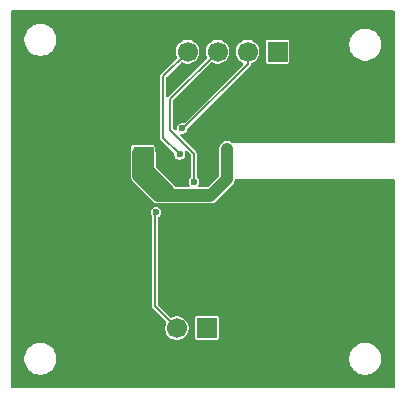
<source format=gbr>
%TF.GenerationSoftware,KiCad,Pcbnew,9.0.3*%
%TF.CreationDate,2025-08-01T20:51:34+05:30*%
%TF.ProjectId,BQ27621-G1_Breakout_Board_v1,42513237-3632-4312-9d47-315f42726561,rev?*%
%TF.SameCoordinates,Original*%
%TF.FileFunction,Copper,L2,Bot*%
%TF.FilePolarity,Positive*%
%FSLAX46Y46*%
G04 Gerber Fmt 4.6, Leading zero omitted, Abs format (unit mm)*
G04 Created by KiCad (PCBNEW 9.0.3) date 2025-08-01 20:51:34*
%MOMM*%
%LPD*%
G01*
G04 APERTURE LIST*
%TA.AperFunction,Conductor*%
%ADD10C,0.100000*%
%TD*%
%TA.AperFunction,ComponentPad*%
%ADD11R,1.700000X1.700000*%
%TD*%
%TA.AperFunction,ComponentPad*%
%ADD12C,1.700000*%
%TD*%
%TA.AperFunction,ViaPad*%
%ADD13C,0.600000*%
%TD*%
%TA.AperFunction,Conductor*%
%ADD14C,0.200000*%
%TD*%
%TA.AperFunction,Conductor*%
%ADD15C,1.000000*%
%TD*%
G04 APERTURE END LIST*
D10*
%TO.N,VDDEx*%
X136200000Y-92450000D02*
X134600000Y-92450000D01*
X134600000Y-91650000D01*
X136200000Y-91650000D01*
X136200000Y-92450000D01*
%TA.AperFunction,Conductor*%
G36*
X136200000Y-92450000D02*
G01*
X134600000Y-92450000D01*
X134600000Y-91650000D01*
X136200000Y-91650000D01*
X136200000Y-92450000D01*
G37*
%TD.AperFunction*%
%TD*%
D11*
%TO.P,J1,1,Pin_1*%
%TO.N,VDDE*%
X146780000Y-83550000D03*
D12*
%TO.P,J1,2,Pin_2*%
%TO.N,/GPOUT*%
X144240000Y-83550000D03*
%TO.P,J1,3,Pin_3*%
%TO.N,/SCL*%
X141700000Y-83550000D03*
%TO.P,J1,4,Pin_4*%
%TO.N,/SDA*%
X139160000Y-83550000D03*
%TO.P,J1,5,Pin_5*%
%TO.N,GNDREF*%
X136620000Y-83550000D03*
%TD*%
D11*
%TO.P,J2,1,Pin_1*%
%TO.N,+BATT*%
X140800000Y-106950000D03*
D12*
%TO.P,J2,2,Pin_2*%
%TO.N,/BIN*%
X138260000Y-106950000D03*
%TO.P,J2,3,Pin_3*%
%TO.N,GNDREF*%
X135720000Y-106950000D03*
%TD*%
D13*
%TO.N,GNDREF*%
X138200000Y-102050000D03*
X138010000Y-104660000D03*
X137700000Y-99350000D03*
X143950000Y-94550000D03*
X138187500Y-103350000D03*
X138400000Y-99350000D03*
X137200000Y-99850000D03*
X138400000Y-99950000D03*
X143950000Y-95800000D03*
X133450000Y-85550000D03*
X138350000Y-98700000D03*
X134200000Y-86300000D03*
X134200000Y-83550000D03*
X137100000Y-102150000D03*
X133450000Y-84300000D03*
X134900000Y-104650000D03*
X134950000Y-103500000D03*
X135200000Y-83550000D03*
X135200000Y-86300000D03*
%TO.N,/GPOUT*%
X138700000Y-90050000D03*
%TO.N,/SCL*%
X139700000Y-94550000D03*
%TO.N,/SDA*%
X138500000Y-92250000D03*
%TO.N,/BIN*%
X136500000Y-97150000D03*
%TO.N,VDDEx*%
X135800000Y-92150000D03*
X142500000Y-91750000D03*
X142500000Y-93350000D03*
X135000000Y-92150000D03*
X142500000Y-92550000D03*
%TD*%
D14*
%TO.N,/GPOUT*%
X144300000Y-84550000D02*
X144240000Y-84490000D01*
X144240000Y-84490000D02*
X144240000Y-83550000D01*
X138700000Y-90050000D02*
X138800000Y-90050000D01*
X138800000Y-90050000D02*
X144300000Y-84550000D01*
%TO.N,/SCL*%
X139700000Y-92177991D02*
X137698000Y-90175991D01*
X139700000Y-94550000D02*
X139700000Y-92177991D01*
X137698000Y-90175991D02*
X137698000Y-87552000D01*
X137698000Y-87552000D02*
X141700000Y-83550000D01*
%TO.N,/SDA*%
X137100000Y-90850000D02*
X137100000Y-85610000D01*
X138500000Y-92250000D02*
X137100000Y-90850000D01*
X137100000Y-85610000D02*
X139160000Y-83550000D01*
%TO.N,/BIN*%
X136400000Y-105090000D02*
X138260000Y-106950000D01*
X136400000Y-97250000D02*
X136400000Y-105090000D01*
X136500000Y-97150000D02*
X136400000Y-97250000D01*
D15*
%TO.N,VDDEx*%
X135000000Y-94050000D02*
X136700000Y-95750000D01*
X136700000Y-95750000D02*
X141100000Y-95750000D01*
D14*
X141200000Y-95250000D02*
X142500000Y-93950000D01*
D15*
X142500000Y-94350000D02*
X142500000Y-91750000D01*
X141100000Y-95750000D02*
X142500000Y-94350000D01*
D14*
X137500000Y-95250000D02*
X141200000Y-95250000D01*
D15*
X135800000Y-93550000D02*
X137500000Y-95250000D01*
D14*
X142500000Y-93950000D02*
X142500000Y-93350000D01*
D15*
X135800000Y-92150000D02*
X135800000Y-93550000D01*
X135000000Y-92150000D02*
X135000000Y-94050000D01*
D14*
X135000000Y-92150000D02*
X135000000Y-91850000D01*
%TD*%
%TA.AperFunction,Conductor*%
%TO.N,GNDREF*%
G36*
X156642539Y-80070185D02*
G01*
X156688294Y-80122989D01*
X156699500Y-80174500D01*
X156699500Y-91176000D01*
X156679815Y-91243039D01*
X156627011Y-91288794D01*
X156575500Y-91300000D01*
X143021308Y-91300000D01*
X142954269Y-91280315D01*
X142933627Y-91263681D01*
X142914672Y-91244726D01*
X142914668Y-91244723D01*
X142808133Y-91173538D01*
X142808124Y-91173533D01*
X142689744Y-91124499D01*
X142689738Y-91124497D01*
X142564071Y-91099500D01*
X142564069Y-91099500D01*
X142435931Y-91099500D01*
X142435929Y-91099500D01*
X142310261Y-91124497D01*
X142310255Y-91124499D01*
X142191875Y-91173533D01*
X142191866Y-91173538D01*
X142085331Y-91244723D01*
X142085327Y-91244726D01*
X141994726Y-91335327D01*
X141994723Y-91335331D01*
X141923538Y-91441866D01*
X141923533Y-91441875D01*
X141874499Y-91560255D01*
X141874497Y-91560261D01*
X141849500Y-91685928D01*
X141849500Y-94029192D01*
X141829815Y-94096231D01*
X141813181Y-94116873D01*
X140966873Y-94963181D01*
X140905550Y-94996666D01*
X140879192Y-94999500D01*
X140175447Y-94999500D01*
X140108408Y-94979815D01*
X140062653Y-94927011D01*
X140052709Y-94857853D01*
X140068060Y-94813499D01*
X140119799Y-94723886D01*
X140150500Y-94609309D01*
X140150500Y-94490691D01*
X140119799Y-94376114D01*
X140060489Y-94273387D01*
X139986818Y-94199716D01*
X139953334Y-94138392D01*
X139950500Y-94112035D01*
X139950500Y-92242261D01*
X139950501Y-92242252D01*
X139950501Y-92128165D01*
X139950500Y-92128161D01*
X139912364Y-92036095D01*
X139912363Y-92036093D01*
X139834832Y-91958562D01*
X139834825Y-91958556D01*
X138588451Y-90712181D01*
X138554966Y-90650858D01*
X138559950Y-90581166D01*
X138601822Y-90525233D01*
X138667286Y-90500816D01*
X138676132Y-90500500D01*
X138759306Y-90500500D01*
X138759309Y-90500500D01*
X138873886Y-90469799D01*
X138976613Y-90410489D01*
X139060489Y-90326613D01*
X139119799Y-90223886D01*
X139150500Y-90109309D01*
X139150500Y-90105121D01*
X139151499Y-90101717D01*
X139151561Y-90101249D01*
X139151634Y-90101258D01*
X139170185Y-90038082D01*
X139186814Y-90017445D01*
X144441895Y-84762364D01*
X144441897Y-84762364D01*
X144512364Y-84691897D01*
X144537217Y-84631897D01*
X144550501Y-84599827D01*
X144550501Y-84587173D01*
X144570186Y-84520134D01*
X144622990Y-84474379D01*
X144627049Y-84472612D01*
X144713907Y-84436635D01*
X144713907Y-84436634D01*
X144713914Y-84436632D01*
X144746555Y-84414822D01*
X145779499Y-84414822D01*
X145788231Y-84458717D01*
X145788234Y-84458724D01*
X145821495Y-84508503D01*
X145821496Y-84508504D01*
X145871278Y-84541767D01*
X145871281Y-84541767D01*
X145871282Y-84541768D01*
X145915177Y-84550500D01*
X145915180Y-84550500D01*
X147644822Y-84550500D01*
X147688717Y-84541768D01*
X147688717Y-84541767D01*
X147688722Y-84541767D01*
X147738504Y-84508504D01*
X147771767Y-84458722D01*
X147780500Y-84414820D01*
X147780500Y-82843713D01*
X152849500Y-82843713D01*
X152849500Y-83056287D01*
X152851421Y-83068414D01*
X152882753Y-83266239D01*
X152948444Y-83468414D01*
X153044951Y-83657820D01*
X153169890Y-83829786D01*
X153320213Y-83980109D01*
X153492179Y-84105048D01*
X153492181Y-84105049D01*
X153492184Y-84105051D01*
X153681588Y-84201557D01*
X153883757Y-84267246D01*
X154093713Y-84300500D01*
X154093714Y-84300500D01*
X154306286Y-84300500D01*
X154306287Y-84300500D01*
X154516243Y-84267246D01*
X154718412Y-84201557D01*
X154907816Y-84105051D01*
X154972341Y-84058171D01*
X155079786Y-83980109D01*
X155079788Y-83980106D01*
X155079792Y-83980104D01*
X155230104Y-83829792D01*
X155230106Y-83829788D01*
X155230109Y-83829786D01*
X155355048Y-83657820D01*
X155355047Y-83657820D01*
X155355051Y-83657816D01*
X155451557Y-83468412D01*
X155517246Y-83266243D01*
X155550500Y-83056287D01*
X155550500Y-82843713D01*
X155517246Y-82633757D01*
X155451557Y-82431588D01*
X155355051Y-82242184D01*
X155355049Y-82242181D01*
X155355048Y-82242179D01*
X155230109Y-82070213D01*
X155079786Y-81919890D01*
X154907820Y-81794951D01*
X154718414Y-81698444D01*
X154718413Y-81698443D01*
X154718412Y-81698443D01*
X154516243Y-81632754D01*
X154516241Y-81632753D01*
X154516240Y-81632753D01*
X154354957Y-81607208D01*
X154306287Y-81599500D01*
X154093713Y-81599500D01*
X154045042Y-81607208D01*
X153883760Y-81632753D01*
X153681585Y-81698444D01*
X153492179Y-81794951D01*
X153320213Y-81919890D01*
X153169890Y-82070213D01*
X153044951Y-82242179D01*
X152948444Y-82431585D01*
X152882753Y-82633760D01*
X152849500Y-82843713D01*
X147780500Y-82843713D01*
X147780500Y-82685180D01*
X147780500Y-82685177D01*
X147771768Y-82641282D01*
X147771767Y-82641281D01*
X147771767Y-82641278D01*
X147738504Y-82591496D01*
X147733197Y-82587950D01*
X147688724Y-82558234D01*
X147688717Y-82558231D01*
X147644822Y-82549500D01*
X147644820Y-82549500D01*
X145915180Y-82549500D01*
X145915178Y-82549500D01*
X145871282Y-82558231D01*
X145871275Y-82558234D01*
X145821496Y-82591495D01*
X145821495Y-82591496D01*
X145788234Y-82641275D01*
X145788231Y-82641282D01*
X145779500Y-82685177D01*
X145779500Y-82685180D01*
X145779500Y-84414820D01*
X145779500Y-84414822D01*
X145779499Y-84414822D01*
X144746555Y-84414822D01*
X144877782Y-84327139D01*
X145017139Y-84187782D01*
X145126632Y-84023914D01*
X145202051Y-83841835D01*
X145214632Y-83778582D01*
X145240500Y-83648543D01*
X145240500Y-83451456D01*
X145202052Y-83258170D01*
X145202051Y-83258169D01*
X145202051Y-83258165D01*
X145201908Y-83257820D01*
X145126635Y-83076092D01*
X145126628Y-83076079D01*
X145017139Y-82912218D01*
X145017136Y-82912214D01*
X144877785Y-82772863D01*
X144877782Y-82772861D01*
X144713920Y-82663371D01*
X144713907Y-82663364D01*
X144531839Y-82587950D01*
X144531829Y-82587947D01*
X144338543Y-82549500D01*
X144338541Y-82549500D01*
X144141459Y-82549500D01*
X144141457Y-82549500D01*
X143948170Y-82587947D01*
X143948160Y-82587950D01*
X143766092Y-82663364D01*
X143766079Y-82663371D01*
X143602218Y-82772860D01*
X143602214Y-82772863D01*
X143462863Y-82912214D01*
X143462860Y-82912218D01*
X143353371Y-83076079D01*
X143353364Y-83076092D01*
X143277950Y-83258160D01*
X143277947Y-83258170D01*
X143239500Y-83451456D01*
X143239500Y-83451459D01*
X143239500Y-83648541D01*
X143239500Y-83648543D01*
X143239499Y-83648543D01*
X143277947Y-83841829D01*
X143277950Y-83841839D01*
X143353364Y-84023907D01*
X143353371Y-84023920D01*
X143462860Y-84187781D01*
X143462863Y-84187785D01*
X143602214Y-84327136D01*
X143602218Y-84327139D01*
X143766079Y-84436628D01*
X143766083Y-84436630D01*
X143766086Y-84436632D01*
X143778318Y-84441698D01*
X143801830Y-84451438D01*
X143856233Y-84495279D01*
X143878298Y-84561574D01*
X143861019Y-84629273D01*
X143842058Y-84653680D01*
X138917924Y-89577813D01*
X138856601Y-89611298D01*
X138798151Y-89609907D01*
X138759310Y-89599500D01*
X138759309Y-89599500D01*
X138640691Y-89599500D01*
X138526114Y-89630201D01*
X138526112Y-89630201D01*
X138526112Y-89630202D01*
X138423387Y-89689511D01*
X138423384Y-89689513D01*
X138339513Y-89773384D01*
X138339511Y-89773387D01*
X138280201Y-89876114D01*
X138249500Y-89990691D01*
X138249500Y-89990693D01*
X138249500Y-90073868D01*
X138243261Y-90095113D01*
X138241682Y-90117202D01*
X138233609Y-90127985D01*
X138229815Y-90140907D01*
X138213081Y-90155406D01*
X138199810Y-90173135D01*
X138187189Y-90177842D01*
X138177011Y-90186662D01*
X138155093Y-90189813D01*
X138134346Y-90197552D01*
X138121185Y-90194689D01*
X138107853Y-90196606D01*
X138087709Y-90187406D01*
X138066073Y-90182700D01*
X138048347Y-90169431D01*
X138044297Y-90167581D01*
X138037819Y-90161549D01*
X137984819Y-90108549D01*
X137951334Y-90047226D01*
X137948500Y-90020868D01*
X137948500Y-87707122D01*
X137968185Y-87640083D01*
X137984819Y-87619441D01*
X138358384Y-87245876D01*
X141126165Y-84478094D01*
X141187486Y-84444611D01*
X141257178Y-84449595D01*
X141261260Y-84451201D01*
X141408165Y-84512051D01*
X141408169Y-84512051D01*
X141408170Y-84512052D01*
X141601456Y-84550500D01*
X141601459Y-84550500D01*
X141798543Y-84550500D01*
X141962209Y-84517944D01*
X141991835Y-84512051D01*
X142173914Y-84436632D01*
X142337782Y-84327139D01*
X142477139Y-84187782D01*
X142586632Y-84023914D01*
X142662051Y-83841835D01*
X142674632Y-83778582D01*
X142700500Y-83648543D01*
X142700500Y-83451456D01*
X142662052Y-83258170D01*
X142662051Y-83258169D01*
X142662051Y-83258165D01*
X142661908Y-83257820D01*
X142586635Y-83076092D01*
X142586628Y-83076079D01*
X142477139Y-82912218D01*
X142477136Y-82912214D01*
X142337785Y-82772863D01*
X142337781Y-82772860D01*
X142173920Y-82663371D01*
X142173907Y-82663364D01*
X141991839Y-82587950D01*
X141991829Y-82587947D01*
X141798543Y-82549500D01*
X141798541Y-82549500D01*
X141601459Y-82549500D01*
X141601457Y-82549500D01*
X141408170Y-82587947D01*
X141408160Y-82587950D01*
X141226092Y-82663364D01*
X141226079Y-82663371D01*
X141062218Y-82772860D01*
X141062214Y-82772863D01*
X140922863Y-82912214D01*
X140922860Y-82912218D01*
X140813371Y-83076079D01*
X140813364Y-83076092D01*
X140737950Y-83258160D01*
X140737947Y-83258170D01*
X140699500Y-83451456D01*
X140699500Y-83451459D01*
X140699500Y-83648541D01*
X140699500Y-83648543D01*
X140699499Y-83648543D01*
X140737947Y-83841829D01*
X140737950Y-83841839D01*
X140798782Y-83988702D01*
X140806251Y-84058171D01*
X140774975Y-84120650D01*
X140771902Y-84123835D01*
X137562181Y-87333557D01*
X137500858Y-87367042D01*
X137431166Y-87362058D01*
X137375233Y-87320186D01*
X137350816Y-87254722D01*
X137350500Y-87245876D01*
X137350500Y-85765122D01*
X137370185Y-85698083D01*
X137386819Y-85677441D01*
X137666625Y-85397635D01*
X138586165Y-84478094D01*
X138647486Y-84444611D01*
X138717178Y-84449595D01*
X138721260Y-84451201D01*
X138868165Y-84512051D01*
X138868169Y-84512051D01*
X138868170Y-84512052D01*
X139061456Y-84550500D01*
X139061459Y-84550500D01*
X139258543Y-84550500D01*
X139422209Y-84517944D01*
X139451835Y-84512051D01*
X139633914Y-84436632D01*
X139797782Y-84327139D01*
X139937139Y-84187782D01*
X140046632Y-84023914D01*
X140122051Y-83841835D01*
X140134632Y-83778582D01*
X140160500Y-83648543D01*
X140160500Y-83451456D01*
X140122052Y-83258170D01*
X140122051Y-83258169D01*
X140122051Y-83258165D01*
X140121908Y-83257820D01*
X140046635Y-83076092D01*
X140046628Y-83076079D01*
X139937139Y-82912218D01*
X139937136Y-82912214D01*
X139797785Y-82772863D01*
X139797781Y-82772860D01*
X139633920Y-82663371D01*
X139633907Y-82663364D01*
X139451839Y-82587950D01*
X139451829Y-82587947D01*
X139258543Y-82549500D01*
X139258541Y-82549500D01*
X139061459Y-82549500D01*
X139061457Y-82549500D01*
X138868170Y-82587947D01*
X138868160Y-82587950D01*
X138686092Y-82663364D01*
X138686079Y-82663371D01*
X138522218Y-82772860D01*
X138522214Y-82772863D01*
X138382863Y-82912214D01*
X138382860Y-82912218D01*
X138273371Y-83076079D01*
X138273364Y-83076092D01*
X138197950Y-83258160D01*
X138197947Y-83258170D01*
X138159500Y-83451456D01*
X138159500Y-83451459D01*
X138159500Y-83648541D01*
X138159500Y-83648543D01*
X138159499Y-83648543D01*
X138197947Y-83841829D01*
X138197950Y-83841839D01*
X138258782Y-83988702D01*
X138266251Y-84058171D01*
X138234975Y-84120650D01*
X138231902Y-84123835D01*
X136940662Y-85415076D01*
X136940661Y-85415076D01*
X136940662Y-85415077D01*
X136887636Y-85468103D01*
X136849500Y-85560170D01*
X136849500Y-90899829D01*
X136887636Y-90991897D01*
X138013181Y-92117442D01*
X138046666Y-92178765D01*
X138049500Y-92205123D01*
X138049500Y-92309309D01*
X138080201Y-92423886D01*
X138139511Y-92526613D01*
X138223387Y-92610489D01*
X138326114Y-92669799D01*
X138440691Y-92700500D01*
X138440694Y-92700500D01*
X138559306Y-92700500D01*
X138559309Y-92700500D01*
X138673886Y-92669799D01*
X138776613Y-92610489D01*
X138860489Y-92526613D01*
X138919799Y-92423886D01*
X138950500Y-92309309D01*
X138950500Y-92190691D01*
X138920957Y-92080435D01*
X138922620Y-92010589D01*
X138961782Y-91952726D01*
X139026010Y-91925222D01*
X139094913Y-91936808D01*
X139128413Y-91960664D01*
X139413181Y-92245432D01*
X139446666Y-92306755D01*
X139449500Y-92333113D01*
X139449500Y-94112035D01*
X139429815Y-94179074D01*
X139413182Y-94199716D01*
X139339511Y-94273387D01*
X139298891Y-94343743D01*
X139280201Y-94376114D01*
X139249500Y-94490691D01*
X139249500Y-94609309D01*
X139280201Y-94723886D01*
X139303747Y-94764669D01*
X139331940Y-94813499D01*
X139348413Y-94881399D01*
X139325561Y-94947426D01*
X139270640Y-94990617D01*
X139224553Y-94999500D01*
X138181249Y-94999500D01*
X138114210Y-94979815D01*
X138078146Y-94944390D01*
X138076466Y-94941876D01*
X138076465Y-94941873D01*
X138005277Y-94835331D01*
X138005275Y-94835329D01*
X138005273Y-94835326D01*
X136486819Y-93316872D01*
X136453334Y-93255549D01*
X136450500Y-93229191D01*
X136450500Y-92085928D01*
X136425502Y-91960261D01*
X136425501Y-91960260D01*
X136425501Y-91960256D01*
X136414939Y-91934756D01*
X136405500Y-91887304D01*
X136405500Y-91649997D01*
X136405499Y-91649995D01*
X136400348Y-91604271D01*
X136360666Y-91521873D01*
X136289163Y-91464851D01*
X136200004Y-91444500D01*
X136200000Y-91444500D01*
X134600000Y-91444500D01*
X134599995Y-91444500D01*
X134554271Y-91449651D01*
X134471873Y-91489333D01*
X134414851Y-91560836D01*
X134394500Y-91649995D01*
X134394500Y-91887304D01*
X134385061Y-91934756D01*
X134374500Y-91960251D01*
X134374497Y-91960261D01*
X134349500Y-92085928D01*
X134349500Y-92085931D01*
X134349500Y-94114069D01*
X134359107Y-94162364D01*
X134374499Y-94239744D01*
X134423535Y-94358127D01*
X134494723Y-94464669D01*
X134494726Y-94464673D01*
X136285326Y-96255273D01*
X136285329Y-96255275D01*
X136285331Y-96255277D01*
X136391873Y-96326465D01*
X136510256Y-96375501D01*
X136510260Y-96375501D01*
X136510261Y-96375502D01*
X136635928Y-96400500D01*
X136635931Y-96400500D01*
X141164071Y-96400500D01*
X141248615Y-96383682D01*
X141289744Y-96375501D01*
X141408127Y-96326465D01*
X141514669Y-96255277D01*
X143005277Y-94764669D01*
X143076465Y-94658127D01*
X143125501Y-94539744D01*
X143133949Y-94497273D01*
X143150500Y-94414069D01*
X143150500Y-94410315D01*
X143152310Y-94400809D01*
X143165804Y-94374486D01*
X143176879Y-94347060D01*
X143181565Y-94343743D01*
X143184185Y-94338634D01*
X143209766Y-94323786D01*
X143233913Y-94306700D01*
X143241340Y-94305462D01*
X143244615Y-94303562D01*
X143251005Y-94303851D01*
X143274122Y-94300000D01*
X156575500Y-94300000D01*
X156642539Y-94319685D01*
X156688294Y-94372489D01*
X156699500Y-94424000D01*
X156699500Y-111925500D01*
X156679815Y-111992539D01*
X156627011Y-112038294D01*
X156575500Y-112049500D01*
X124324500Y-112049500D01*
X124257461Y-112029815D01*
X124211706Y-111977011D01*
X124200500Y-111925500D01*
X124200500Y-109443713D01*
X125349500Y-109443713D01*
X125349500Y-109656286D01*
X125382753Y-109866239D01*
X125448444Y-110068414D01*
X125544951Y-110257820D01*
X125669890Y-110429786D01*
X125820213Y-110580109D01*
X125992179Y-110705048D01*
X125992181Y-110705049D01*
X125992184Y-110705051D01*
X126181588Y-110801557D01*
X126383757Y-110867246D01*
X126593713Y-110900500D01*
X126593714Y-110900500D01*
X126806286Y-110900500D01*
X126806287Y-110900500D01*
X127016243Y-110867246D01*
X127218412Y-110801557D01*
X127407816Y-110705051D01*
X127429789Y-110689086D01*
X127579786Y-110580109D01*
X127579788Y-110580106D01*
X127579792Y-110580104D01*
X127730104Y-110429792D01*
X127730106Y-110429788D01*
X127730109Y-110429786D01*
X127855048Y-110257820D01*
X127855047Y-110257820D01*
X127855051Y-110257816D01*
X127951557Y-110068412D01*
X128017246Y-109866243D01*
X128050500Y-109656287D01*
X128050500Y-109443713D01*
X152849500Y-109443713D01*
X152849500Y-109656286D01*
X152882753Y-109866239D01*
X152948444Y-110068414D01*
X153044951Y-110257820D01*
X153169890Y-110429786D01*
X153320213Y-110580109D01*
X153492179Y-110705048D01*
X153492181Y-110705049D01*
X153492184Y-110705051D01*
X153681588Y-110801557D01*
X153883757Y-110867246D01*
X154093713Y-110900500D01*
X154093714Y-110900500D01*
X154306286Y-110900500D01*
X154306287Y-110900500D01*
X154516243Y-110867246D01*
X154718412Y-110801557D01*
X154907816Y-110705051D01*
X154929789Y-110689086D01*
X155079786Y-110580109D01*
X155079788Y-110580106D01*
X155079792Y-110580104D01*
X155230104Y-110429792D01*
X155230106Y-110429788D01*
X155230109Y-110429786D01*
X155355048Y-110257820D01*
X155355047Y-110257820D01*
X155355051Y-110257816D01*
X155451557Y-110068412D01*
X155517246Y-109866243D01*
X155550500Y-109656287D01*
X155550500Y-109443713D01*
X155517246Y-109233757D01*
X155451557Y-109031588D01*
X155355051Y-108842184D01*
X155355049Y-108842181D01*
X155355048Y-108842179D01*
X155230109Y-108670213D01*
X155079786Y-108519890D01*
X154907820Y-108394951D01*
X154718414Y-108298444D01*
X154718413Y-108298443D01*
X154718412Y-108298443D01*
X154516243Y-108232754D01*
X154516241Y-108232753D01*
X154516240Y-108232753D01*
X154354957Y-108207208D01*
X154306287Y-108199500D01*
X154093713Y-108199500D01*
X154045042Y-108207208D01*
X153883760Y-108232753D01*
X153681585Y-108298444D01*
X153492179Y-108394951D01*
X153320213Y-108519890D01*
X153169890Y-108670213D01*
X153044951Y-108842179D01*
X152948444Y-109031585D01*
X152882753Y-109233760D01*
X152849500Y-109443713D01*
X128050500Y-109443713D01*
X128017246Y-109233757D01*
X127951557Y-109031588D01*
X127855051Y-108842184D01*
X127855049Y-108842181D01*
X127855048Y-108842179D01*
X127730109Y-108670213D01*
X127579786Y-108519890D01*
X127407820Y-108394951D01*
X127218414Y-108298444D01*
X127218413Y-108298443D01*
X127218412Y-108298443D01*
X127016243Y-108232754D01*
X127016241Y-108232753D01*
X127016240Y-108232753D01*
X126854957Y-108207208D01*
X126806287Y-108199500D01*
X126593713Y-108199500D01*
X126545042Y-108207208D01*
X126383760Y-108232753D01*
X126181585Y-108298444D01*
X125992179Y-108394951D01*
X125820213Y-108519890D01*
X125669890Y-108670213D01*
X125544951Y-108842179D01*
X125448444Y-109031585D01*
X125382753Y-109233760D01*
X125349500Y-109443713D01*
X124200500Y-109443713D01*
X124200500Y-97090691D01*
X136049500Y-97090691D01*
X136049500Y-97209309D01*
X136080201Y-97323886D01*
X136132887Y-97415140D01*
X136149500Y-97477140D01*
X136149500Y-105139829D01*
X136187636Y-105231897D01*
X137331903Y-106376164D01*
X137365388Y-106437487D01*
X137360404Y-106507179D01*
X137358783Y-106511297D01*
X137297950Y-106658160D01*
X137297947Y-106658170D01*
X137259500Y-106851456D01*
X137259500Y-106851459D01*
X137259500Y-107048541D01*
X137259500Y-107048543D01*
X137259499Y-107048543D01*
X137297947Y-107241829D01*
X137297950Y-107241839D01*
X137373364Y-107423907D01*
X137373371Y-107423920D01*
X137482860Y-107587781D01*
X137482863Y-107587785D01*
X137622214Y-107727136D01*
X137622218Y-107727139D01*
X137786079Y-107836628D01*
X137786092Y-107836635D01*
X137968160Y-107912049D01*
X137968165Y-107912051D01*
X137968169Y-107912051D01*
X137968170Y-107912052D01*
X138161456Y-107950500D01*
X138161459Y-107950500D01*
X138358543Y-107950500D01*
X138488582Y-107924632D01*
X138551835Y-107912051D01*
X138733914Y-107836632D01*
X138766555Y-107814822D01*
X139799499Y-107814822D01*
X139808231Y-107858717D01*
X139808232Y-107858721D01*
X139808233Y-107858722D01*
X139841496Y-107908504D01*
X139891278Y-107941767D01*
X139891281Y-107941767D01*
X139891282Y-107941768D01*
X139935177Y-107950500D01*
X139935180Y-107950500D01*
X141664822Y-107950500D01*
X141708717Y-107941768D01*
X141708717Y-107941767D01*
X141708722Y-107941767D01*
X141758504Y-107908504D01*
X141791767Y-107858722D01*
X141800500Y-107814820D01*
X141800500Y-106085180D01*
X141800500Y-106085177D01*
X141791768Y-106041282D01*
X141791767Y-106041281D01*
X141791767Y-106041278D01*
X141758504Y-105991496D01*
X141753197Y-105987950D01*
X141708724Y-105958234D01*
X141708717Y-105958231D01*
X141664822Y-105949500D01*
X141664820Y-105949500D01*
X139935180Y-105949500D01*
X139935178Y-105949500D01*
X139891282Y-105958231D01*
X139891275Y-105958234D01*
X139841496Y-105991495D01*
X139841495Y-105991496D01*
X139808234Y-106041275D01*
X139808231Y-106041282D01*
X139799500Y-106085177D01*
X139799500Y-106085180D01*
X139799500Y-107814820D01*
X139799500Y-107814822D01*
X139799499Y-107814822D01*
X138766555Y-107814822D01*
X138897782Y-107727139D01*
X139037139Y-107587782D01*
X139146632Y-107423914D01*
X139222051Y-107241835D01*
X139260500Y-107048541D01*
X139260500Y-106851459D01*
X139260500Y-106851456D01*
X139222052Y-106658170D01*
X139222051Y-106658169D01*
X139222051Y-106658165D01*
X139159511Y-106507179D01*
X139146635Y-106476092D01*
X139146628Y-106476079D01*
X139037139Y-106312218D01*
X139037136Y-106312214D01*
X138897785Y-106172863D01*
X138897782Y-106172861D01*
X138733920Y-106063371D01*
X138733907Y-106063364D01*
X138551839Y-105987950D01*
X138551829Y-105987947D01*
X138358543Y-105949500D01*
X138358541Y-105949500D01*
X138161459Y-105949500D01*
X138161457Y-105949500D01*
X137968170Y-105987947D01*
X137968160Y-105987950D01*
X137821297Y-106048783D01*
X137751828Y-106056252D01*
X137689349Y-106024977D01*
X137686164Y-106021903D01*
X136686819Y-105022558D01*
X136653334Y-104961235D01*
X136650500Y-104934877D01*
X136650500Y-97654892D01*
X136670185Y-97587853D01*
X136712500Y-97547505D01*
X136713691Y-97546817D01*
X136776613Y-97510489D01*
X136860489Y-97426613D01*
X136919799Y-97323886D01*
X136950500Y-97209309D01*
X136950500Y-97090691D01*
X136919799Y-96976114D01*
X136860489Y-96873387D01*
X136776613Y-96789511D01*
X136673886Y-96730201D01*
X136559309Y-96699500D01*
X136440691Y-96699500D01*
X136326114Y-96730201D01*
X136326112Y-96730201D01*
X136326112Y-96730202D01*
X136223387Y-96789511D01*
X136223384Y-96789513D01*
X136139513Y-96873384D01*
X136139511Y-96873387D01*
X136080201Y-96976114D01*
X136049500Y-97090691D01*
X124200500Y-97090691D01*
X124200500Y-82443713D01*
X125349500Y-82443713D01*
X125349500Y-82656286D01*
X125379185Y-82843713D01*
X125382754Y-82866243D01*
X125444503Y-83056287D01*
X125448444Y-83068414D01*
X125544951Y-83257820D01*
X125669890Y-83429786D01*
X125820213Y-83580109D01*
X125992179Y-83705048D01*
X125992181Y-83705049D01*
X125992184Y-83705051D01*
X126181588Y-83801557D01*
X126383757Y-83867246D01*
X126593713Y-83900500D01*
X126593714Y-83900500D01*
X126806286Y-83900500D01*
X126806287Y-83900500D01*
X127016243Y-83867246D01*
X127218412Y-83801557D01*
X127407816Y-83705051D01*
X127429789Y-83689086D01*
X127579786Y-83580109D01*
X127579788Y-83580106D01*
X127579792Y-83580104D01*
X127730104Y-83429792D01*
X127730106Y-83429788D01*
X127730109Y-83429786D01*
X127855048Y-83257820D01*
X127855047Y-83257820D01*
X127855051Y-83257816D01*
X127951557Y-83068412D01*
X128017246Y-82866243D01*
X128050500Y-82656287D01*
X128050500Y-82443713D01*
X128017246Y-82233757D01*
X127951557Y-82031588D01*
X127855051Y-81842184D01*
X127855049Y-81842181D01*
X127855048Y-81842179D01*
X127730109Y-81670213D01*
X127579786Y-81519890D01*
X127407820Y-81394951D01*
X127218414Y-81298444D01*
X127218413Y-81298443D01*
X127218412Y-81298443D01*
X127016243Y-81232754D01*
X127016241Y-81232753D01*
X127016240Y-81232753D01*
X126854957Y-81207208D01*
X126806287Y-81199500D01*
X126593713Y-81199500D01*
X126545042Y-81207208D01*
X126383760Y-81232753D01*
X126181585Y-81298444D01*
X125992179Y-81394951D01*
X125820213Y-81519890D01*
X125669890Y-81670213D01*
X125544951Y-81842179D01*
X125448444Y-82031585D01*
X125382753Y-82233760D01*
X125349500Y-82443713D01*
X124200500Y-82443713D01*
X124200500Y-80174500D01*
X124220185Y-80107461D01*
X124272989Y-80061706D01*
X124324500Y-80050500D01*
X156575500Y-80050500D01*
X156642539Y-80070185D01*
G37*
%TD.AperFunction*%
%TD*%
M02*

</source>
